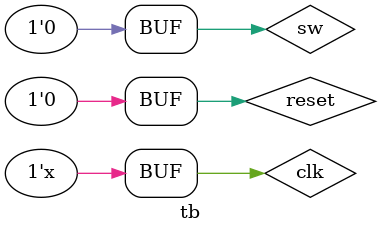
<source format=v>
`timescale 1ns / 1ps


module tb(

    );

reg clk,reset,sw;
wire [6:0] seg_out;
wire [3:0] seg_comm;
    test ute(
    .clk(clk),
    .reset(reset),
    .sw(sw),
   .seg_out(seg_out),
    .seg_comm(seg_comm)
);
always #5 clk = ~clk;

initial begin
    clk = 0;
    reset =1;
    sw = 0;
    #10
    reset =0;
end
endmodule

</source>
